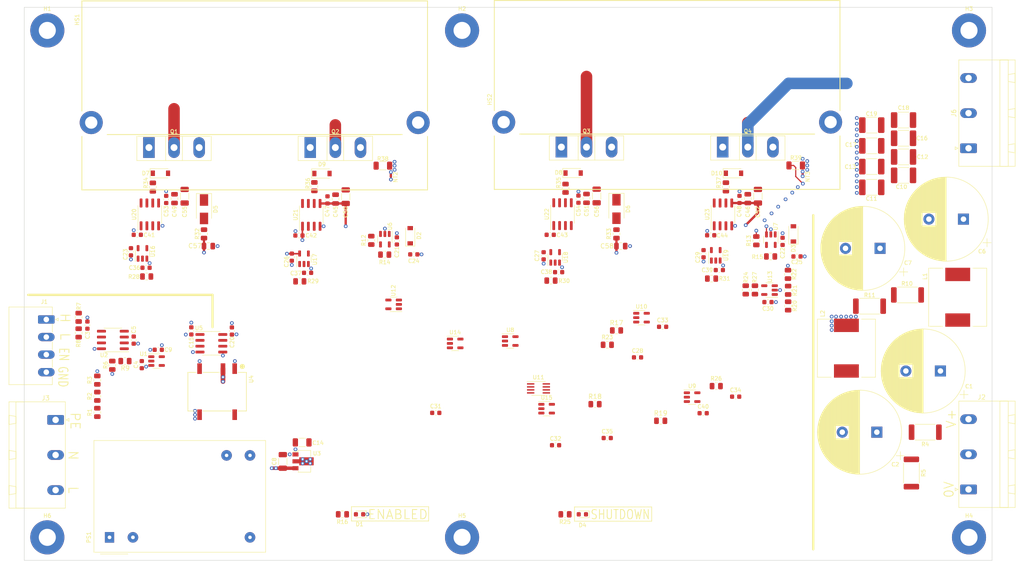
<source format=kicad_pcb>
(kicad_pcb (version 20211014) (generator pcbnew)
  (layers (0 "F.Cu" signal) (1 "In1.Cu" signal) (2 "In2.Cu" signal) (31 "B.Cu" signal) (34 "B.Paste" user) (35 "F.Paste" user) (36 "B.SilkS" user "B.Silkscreen") (37 "F.SilkS" user "F.Silkscreen") (38 "B.Mask" user) (39 "F.Mask" user) (44 "Edge.Cuts" user))
  (net 0 "")
  (net 1 "Net-(C1-Pad1)")
  (net 2 "Net-(C1-Pad2)")
  (net 3 "Net-(C2-Pad2)")
  (net 4 "GNDA")
  (net 5 "Net-(C3-Pad2)")
  (net 6 "Net-(C4-Pad2)")
  (net 7 "+5V")
  (net 8 "+3V3")
  (net 9 "Net-(C10-Pad1)")
  (net 10 "+15V")
  (net 11 "GND")
  (net 12 "Net-(C24-Pad2)")
  (net 13 "Net-(C25-Pad2)")
  (net 14 "Net-(C36-Pad2)")
  (net 15 "Net-(C37-Pad2)")
  (net 16 "Net-(C38-Pad2)")
  (net 17 "Net-(C39-Pad2)")
  (net 18 "/CS_R")
  (net 19 "/CS_L")
  (net 20 "/SW_R")
  (net 21 "Net-(C49-Pad2)")
  (net 22 "/SW_L")
  (net 23 "Net-(C51-Pad2)")
  (net 24 "Net-(D1-Pad2)")
  (net 25 "Net-(D2-Pad2)")
  (net 26 "Net-(D3-Pad2)")
  (net 27 "/SHUTDOWN")
  (net 28 "Net-(D4-Pad2)")
  (net 29 "Net-(D5-Pad2)")
  (net 30 "Net-(D6-Pad2)")
  (net 31 "Net-(D7-Pad1)")
  (net 32 "Net-(D8-Pad1)")
  (net 33 "Net-(D9-Pad1)")
  (net 34 "Net-(D10-Pad1)")
  (net 35 "/CANL")
  (net 36 "/CANH")
  (net 38 "Earth")
  (net 39 "Net-(J3-Pad2)")
  (net 40 "Net-(J3-Pad3)")
  (net 41 "/CSN_R")
  (net 42 "/CSN_L")
  (net 44 "Net-(R1-Pad2)")
  (net 45 "Net-(R2-Pad2)")
  (net 46 "Net-(R12-Pad1)")
  (net 47 "Net-(R13-Pad1)")
  (net 48 "/EN")
  (net 49 "Net-(R17-Pad1)")
  (net 50 "Net-(R18-Pad1)")
  (net 51 "Net-(R20-Pad1)")
  (net 52 "Net-(R21-Pad1)")
  (net 53 "/I_SNS_R")
  (net 54 "/I_SNS_L")
  (net 55 "/PWM_A")
  (net 56 "/PWM_B")
  (net 57 "Net-(R34-Pad1)")
  (net 58 "Net-(R35-Pad1)")
  (net 59 "Net-(R36-Pad1)")
  (net 60 "Net-(R37-Pad1)")
  (net 62 "Net-(U1-Pad4)")
  (net 64 "Net-(U2-Pad4)")
  (net 66 "/PWM")
  (net 67 "Net-(U10-Pad2)")
  (net 69 "Net-(U11-Pad1)")
  (net 70 "Net-(U11-Pad2)")
  (net 71 "Net-(U11-Pad5)")
  (net 72 "Net-(U16-Pad4)")
  (net 73 "Net-(U17-Pad4)")
  (net 74 "Net-(U18-Pad4)")
  (net 75 "Net-(U19-Pad4)")
  (net 77 "/HI_V")
  (net 78 "Net-(J1-Pad3)")
  (footprint "Capacitor_SMD:C_0603_1608Metric" (layer "F.Cu") (at 145.95 82.45 180)
    (fp_text reference "C38")
    (fp_text value "22pF")
  )
  (footprint "Capacitor_SMD:C_0805_2012Metric" (layer "F.Cu") (at 187 66.5 -90)
    (fp_text reference "C46")
    (fp_text value "1uF")
  )
  (footprint "Capacitor_SMD:C_0603_1608Metric" (layer "F.Cu") (at 163.07444 100.95)
    (fp_text reference "C28")
    (fp_text value "0.1uF")
  )
  (footprint "Package_TO_SOT_SMD:SOT-23-5" (layer "F.Cu") (at 123.5 97.92)
    (fp_text reference "U14")
    (fp_text value "74LVC1G08")
  )
  (footprint "Capacitor_SMD:C_0603_1608Metric" (layer "F.Cu") (at 53.15 78.025 90)
    (fp_text reference "C23")
    (fp_text value "0.1uF")
  )
  (footprint "Resistor_SMD:R_0805_2012Metric" (layer "F.Cu") (at 57.9 64 90)
    (fp_text reference "R34")
    (fp_text value "2.2")
  )
  (footprint "Package_TO_SOT_SMD:SOT-23-5" (layer "F.Cu") (at 135.45 97.4)
    (fp_text reference "U8")
    (fp_text value "74LVC1G08")
  )
  (footprint "Capacitor_SMD:C_1812_4532Metric" (layer "F.Cu") (at 220.8 57.45)
    (fp_text reference "C12")
    (fp_text value "0.1uF")
  )
  (footprint "Resistor_SMD:R_0805_2012Metric" (layer "F.Cu") (at 92.95 63.9 90)
    (fp_text reference "R36")
    (fp_text value "2.2")
  )
  (footprint "Diode_SMD:D_SOD-123" (layer "F.Cu") (at 196.9 74.15 90)
    (fp_text reference "D3")
    (fp_text value "1N4148W")
  )
  (footprint "Capacitor_THT:CP_Radial_D18.0mm_P7.50mm" (layer "F.Cu") (at 228.8 103.9 180)
    (fp_text reference "C1")
    (fp_text value "100uF")
  )
  (footprint "Capacitor_SMD:C_0603_1608Metric" (layer "F.Cu") (at 142.7 78.9 90)
    (fp_text reference "C27")
    (fp_text value "0.1uF")
  )
  (footprint "MountingHole:MountingHole_3.7mm_Pad" (layer "F.Cu") (at 125 140)
    (fp_text reference "H5")
    (fp_text value "#6")
  )
  (footprint "Capacitor_SMD:C_0603_1608Metric" (layer "F.Cu") (at 145.28444 120.01)
    (fp_text reference "C32")
    (fp_text value "0.1uF")
  )
  (footprint "LED_SMD:LED_0603_1608Metric" (layer "F.Cu") (at 102.75 135 180)
    (fp_text reference "D1")
    (fp_text value "LED")
  )
  (footprint "Connector_Phoenix_GMSTB:PhoenixContact_GMSTBA_2,5_3-G-7,62_1x03_P7.62mm_Horizontal" (layer "F.Cu") (at 234.9 129.6 90)
    (fp_text reference "J2")
    (fp_text value "Screw_Terminal_01x03")
  )
  (footprint "Capacitor_SMD:C_0603_1608Metric" (layer "F.Cu") (at 177.4 78.45 90)
    (fp_text reference "C29")
    (fp_text value "0.1uF")
  )
  (footprint "Capacitor_SMD:C_0603_1608Metric" (layer "F.Cu") (at 88.05 79.2 90)
    (fp_text reference "C26")
    (fp_text value "0.1uF")
  )
  (footprint "Package_TO_SOT_SMD:SOT-23-5" (layer "F.Cu") (at 191.7125 86.35 180)
    (fp_text reference "U13")
    (fp_text value "LMV331")
  )
  (footprint "Capacitor_SMD:C_0603_1608Metric" (layer "F.Cu") (at 43.7 93.95 -90)
    (fp_text reference "C3")
    (fp_text value "0.01uF")
  )
  (footprint "Capacitor_SMD:C_0603_1608Metric" (layer "F.Cu") (at 59.075 99.3 180)
    (fp_text reference "C9")
    (fp_text value "0.1uF")
  )
  (footprint "Capacitor_THT:CP_Radial_D18.0mm_P7.50mm" (layer "F.Cu") (at 233.8 70.95 180)
    (fp_text reference "C6")
    (fp_text value "100uF")
  )
  (footprint "Diode_SMD:D_SOD-123" (layer "F.Cu") (at 94.6 61.05)
    (fp_text reference "D9")
    (fp_text value "15V")
  )
  (footprint "Resistor_SMD:R_0805_2012Metric" (layer "F.Cu") (at 153.85 111.1)
    (fp_text reference "R18")
    (fp_text value "100k")
  )
  (footprint "Package_TO_SOT_THT:TO-247-3_Vertical" (layer "F.Cu") (at 92.05 55.42)
    (fp_text reference "Q2")
    (fp_text value "G3R75MT12D")
  )
  (footprint "Capacitor_SMD:C_0603_1608Metric" (layer "F.Cu") (at 185.2 66.675 -90)
    (fp_text reference "C48")
    (fp_text value "0.1uF")
  )
  (footprint "Capacitor_SMD:C_0603_1608Metric" (layer "F.Cu") (at 156.5 118.45)
    (fp_text reference "C35")
    (fp_text value "0.1uF")
  )
  (footprint "Package_TO_SOT_SMD:SOT-23-5" (layer "F.Cu") (at 163.93444 92.33)
    (fp_text reference "U10")
    (fp_text value "74LVC1G00")
  )
  (footprint "Capacitor_SMD:C_1206_3216Metric" (layer "F.Cu") (at 86.1 123.525 90)
    (fp_text reference "C8")
    (fp_text value "10uF")
  )
  (footprint "Resistor_SMD:R_0805_2012Metric" (layer "F.Cu") (at 108.2125 78.65 180)
    (fp_text reference "R14")
    (fp_text value "2M")
  )
  (footprint "Package_TO_SOT_SMD:SOT-23-5" (layer "F.Cu") (at 174.91556 109.58)
    (fp_text reference "U9")
    (fp_text value "SN74LVC1G14DBV")
  )
  (footprint "Capacitor_SMD:C_0603_1608Metric" (layer "F.Cu") (at 91.475 82.6 180)
    (fp_text reference "C37")
    (fp_text value "22pF")
  )
  (footprint "Capacitor_SMD:C_0603_1608Metric" (layer "F.Cu") (at 177.31556 113.06)
    (fp_text reference "C40")
    (fp_text value "0.1uF")
  )
  (footprint "Package_TO_SOT_THT:TO-247-3_Vertical" (layer "F.Cu") (at 181.55 55.32)
    (fp_text reference "Q4")
    (fp_text value "G3R75MT12D")
  )
  (footprint "Resistor_SMD:R_0805_2012Metric" (layer "F.Cu") (at 195.75 86.3875 -90)
    (fp_text reference "R21")
    (fp_text value "100k")
  )
  (footprint "Resistor_SMD:R_0805_2012Metric" (layer "F.Cu") (at 179.1375 83.85)
    (fp_text reference "R31")
    (fp_text value "10k")
  )
  (footprint "Package_SO:SOIC-8_3.9x4.9mm_P1.27mm" (layer "F.Cu") (at 57.245 69.925 90)
    (fp_text reference "U20")
    (fp_text value "MAX22701EASA+")
  )
  (footprint "Capacitor_SMD:C_0603_1608Metric" (layer "F.Cu") (at 197.675 79.05 180)
    (fp_text reference "C25")
    (fp_text value "0.01uF")
  )
  (footprint "Capacitor_SMD:C_1812_4532Metric" (layer "F.Cu") (at 213.9 50.55)
    (fp_text reference "C19")
    (fp_text value "0.47uF")
  )
  (footprint "Package_TO_SOT_SMD:SOT-89-3" (layer "F.Cu") (at 90.5 123.5)
    (fp_text reference "U3")
    (fp_text value "AZ1117-3.3")
  )
  (footprint "Resistor_SMD:R_0805_2012Metric" (layer "F.Cu") (at 188.85 75.6375 90)
    (fp_text reference "R13")
    (fp_text value "10k")
  )
  (footprint "Resistor_SMD:R_0805_2012Metric" (layer "F.Cu") (at 180.15556 107.18)
    (fp_text reference "R26")
    (fp_text value "10k")
  )
  (footprint "Resistor_SMD:R_0805_2012Metric" (layer "F.Cu") (at 158.51444 95.1)
    (fp_text reference "R17")
    (fp_text value "100k")
  )
  (footprint "Package_TO_SOT_SMD:SOT-23-5" (layer "F.Cu") (at 58.7 101.75)
    (fp_text reference "U1")
    (fp_text value "SN74LVC1G14DBV")
  )
  (footprint "Resistor_SMD:R_0805_2012Metric" (layer "F.Cu") (at 156.51444 98.22)
    (fp_text reference "R23")
    (fp_text value "100k")
  )
  (footprint "Resistor_SMD:R_0805_2012Metric" (layer "F.Cu") (at 49.1 102.6625 90)
    (fp_text reference "R6")
    (fp_text value "10k")
  )
  (footprint "Capacitor_SMD:C_0805_2012Metric" (layer "F.Cu") (at 159.45 76.8 180)
    (fp_text reference "C58")
    (fp_text value "1uF")
  )
  (footprint "Resistor_SMD:R_2512_6332Metric" (layer "F.Cu") (at 221.65 87.4 180)
    (fp_text reference "R10")
    (fp_text value "100k")
  )
  (footprint "Repowered_Heat_Sinks:Wakefield_Vette_OMNI-UNI-41-75" (layer "F.Cu") (at 80 50)
    (fp_text reference "HS1")
    (fp_text value "OMNI-UNI-41-75")
  )
  (footprint "Capacitor_SMD:C_1812_4532Metric" (layer "F.Cu") (at 220.8 61.45)
    (fp_text reference "C10")
    (fp_text value "0.1uF")
  )
  (footprint "Capacitor_SMD:C_0603_1608Metric" (layer "F.Cu") (at 114.525 78.6 180)
    (fp_text reference "C24")
    (fp_text value "0.01uF")
  )
  (footprint "Inductor_SMD:L_Wuerth_WE-PD-Typ-LS" (layer "F.Cu") (at 208.4 98.95 90)
    (fp_text reference "L2")
    (fp_text value "22uH")
  )
  (footprint "Resistor_SMD:R_0805_2012Metric" (layer "F.Cu") (at 56.5625 83.4 180)
    (fp_text reference "R28")
    (fp_text value "10k")
  )
  (footprint "Resistor_SMD:R_0805_2012Metric" (layer "F.Cu") (at 69 74.15 90)
    (fp_text reference "R32")
    (fp_text value "2.2")
  )
  (footprint "Repowered_DC-DC_Modules:XP_Power_ISE" (layer "F.Cu") (at 71.85 108.3875 -90)
    (fp_text reference "U4")
    (fp_text value "ISE1505A")
  )
  (footprint "Resistor_SMD:R_0805_2012Metric" (layer "F.Cu") (at 45.85 109.3875 90)
    (fp_text reference "R2")
    (fp_text value "100k")
  )
  (footprint "LED_SMD:LED_0603_1608Metric" (layer "F.Cu") (at 151.1 135 180)
    (fp_text reference "D4")
    (fp_text value "LED")
  )
  (footprint "Diode_SMD:D_SMA" (layer "F.Cu") (at 69 68.8 -90)
    (fp_text reference "D5")
    (fp_text value "S1MTR")
  )
  (footprint "MountingHole:MountingHole_3.7mm_Pad" (layer "F.Cu") (at 125 30)
    (fp_text reference "H2")
    (fp_text value "#6")
  )
  (footprint "Capacitor_SMD:C_0603_1608Metric" (layer "F.Cu") (at 66.25 95.2 90)
    (fp_text reference "C15")
    (fp_text value "0.1uF")
  )
  (footprint "Package_TO_SOT_SMD:SOT-23-5" (layer "F.Cu") (at 180.05 78.8 90)
    (fp_text reference "U19")
    (fp_text value "74LVC1G08")
  )
  (footprint "Capacitor_SMD:C_0603_1608Metric" (layer "F.Cu") (at 194.55 75.775 -90)
    (fp_text reference "C22")
    (fp_text value "0.1uF")
  )
  (footprint "Capacitor_SMD:C_1812_4532Metric" (layer "F.Cu") (at 220.8 49.45)
    (fp_text reference "C18")
    (fp_text value "0.47uF")
  )
  (footprint "Inductor_SMD:L_Wuerth_WE-PD-Typ-LS" (layer "F.Cu") (at 232.55 87.9 90)
    (fp_text reference "L1")
    (fp_text value "22uH")
  )
  (footprint "Diode_SMD:D_SOD-123" (layer "F.Cu") (at 59.55 61)
    (fp_text reference "D7")
    (fp_text value "15V")
  )
  (footprint "Package_TO_SOT_SMD:SOT-23-5" (layer "F.Cu") (at 143.34444 112.08)
    (fp_text reference "U15")
    (fp_text value "74LVC1G08")
  )
  (footprint "Resistor_SMD:R_0805_2012Metric" (layer "F.Cu") (at 41.8 92.25 -90)
    (fp_text reference "R7")
    (fp_text value "60.4")
  )
  (footprint "Package_TO_SOT_SMD:SOT-23-5" (layer "F.Cu") (at 145.2 79.25 90)
    (fp_text reference "U18")
    (fp_text value "74LVC1G08")
  )
  (footprint "Resistor_SMD:R_0805_2012Metric" (layer "F.Cu") (at 191.95 79.05 180)
    (fp_text reference "R15")
    (fp_text value "2M")
  )
  (footprint "Diode_SMD:D_SMA" (layer "F.Cu") (at 158.5 68.75 -90)
    (fp_text reference "D6")
    (fp_text value "S1MTR")
  )
  (footprint "Capacitor_SMD:C_0603_1608Metric" (layer "F.Cu") (at 184.36556 109.47)
    (fp_text reference "C34")
    (fp_text value "0.1uF")
  )
  (footprint "Converter_ACDC:Converter_ACDC_MeanWell_IRM-03-xx_THT" (layer "F.Cu") (at 48.5 140 90)
    (fp_text reference "PS1")
    (fp_text value "IRM-03-15")
  )
  (footprint "Resistor_SMD:R_2512_6332Metric" (layer "F.Cu") (at 213.4125 89.84 180)
    (fp_text reference "R11")
    (fp_text value "100k")
  )
  (footprint "Resistor_SMD:R_0805_2012Metric" (layer "F.Cu") (at 105.3 75.55 90)
    (fp_text reference "R12")
    (fp_text value "10k")
  )
  (footprint "Capacitor_SMD:C_0805_2012Metric" (layer "F.Cu") (at 97.55 66.6 -90)
    (fp_text reference "C45")
    (fp_text value "1uF")
  )
  (footprint "Resistor_SMD:R_0805_2012Metric" (layer "F.Cu") (at 51.85 101.75)
    (fp_text reference "R9")
    (fp_text value "100k")
  )
  (footprint "Resistor_SMD:R_0805_2012Metric" (layer "F.Cu") (at 186.55 86.3125 90)
    (fp_text reference "R24")
    (fp_text value "100k")
  )
  (footprint "Package_SO:SSOP-8_2.95x2.8mm_P0.65mm" (layer "F.Cu") (at 141.58444 107.68)
    (fp_text reference "U11")
    (fp_text value "74AUC1G74")
  )
  (footprint "Capacitor_SMD:C_1812_4532Metric" (layer "F.Cu") (at 213.9 59.55)
    (fp_text reference "C13")
    (fp_text value "0.1uF")
  )
  (footprint "Diode_SMD:D_SOD-123" (layer "F.Cu") (at 183.9 61)
    (fp_text reference "D10")
    (fp_text value "15V")
  )
  (footprint "MountingHole:MountingHole_3.7mm_Pad" (layer "F.Cu") (at 235 30)
    (fp_text reference "H3")
    (fp_text value "#6")
  )
  (footprint "Capacitor_SMD:C_1812_4532Metric" (layer "F.Cu") (at 213.9 64.05)
    (fp_text reference "C11")
    (fp_text value "0.1uF")
  )
  (footprint "Resistor_SMD:R_1206_3216Metric" (layer "F.Cu") (at 107.8125 59.35 180)
    (fp_text reference "R38")
    (fp_text value "0.005")
  )
  (footprint "Capacitor_SMD:C_1206_3216Metric" (layer "F.Cu") (at 189.2 65.975 -90)
    (fp_text reference "C52")
    (fp_text value "22uF")
  )
  (footprint "Diode_SMD:D_SOD-123" (layer "F.Cu") (at 149.1 60.95)
    (fp_text reference "D8")
    (fp_text value "15V")
  )
  (footprint "Capacitor_SMD:C_1206_3216Metric" (layer "F.Cu") (at 154.2 65.925 -90)
    (fp_text reference "C56")
    (fp_text value "22uF")
  )
  (footprint "Capacitor_THT:CP_Radial_D18.0mm_P7.50mm" (layer "F.Cu") (at 215.7 77.29 180)
    (fp_text reference "C7")
    (fp_text value "100uF")
  )
  (footprint "Package_TO_SOT_SMD:SOT-23-5" (layer "F.Cu") (at 108.25 75.3 -90)
    (fp_text reference "U6")
    (fp_text value "OPA333xxDBV")
  )
  (footprint "Package_TO_SOT_SMD:SOT-23-5" (layer "F.Cu") (at 55.65 78.3875 90)
    (fp_text reference "U16")
    (fp_text value "74LVC1G08")
  )
  (footprint "Resistor_SMD:R_0805_2012Metric" (layer "F.Cu") (at 147.45 64.25 90)
    (fp_text reference "R35")
    (fp_text value "2.2")
  )
  (footprint "Package_TO_SOT_SMD:SOT-23-5" (layer "F.Cu") (at 90.7 79.55 90)
    (fp_text reference "U17")
    (fp_text value "74LVC1G08")
  )
  (footprint "Capacitor_SMD:C_0603_1608Metric" (layer "F.Cu") (at 168.51444 94.31)
    (fp_text reference "C33")
    (fp_text value "0.1uF")
  )
  (footprint "Capacitor_SMD:C_0603_1608Metric" (layer "F.Cu") (at 144.125 74.35)
    (fp_text reference "C43")
    (fp_text value "0.1uF")
  )
  (footprint "Capacitor_SMD:C_0603_1608Metric" (layer "F.Cu") (at 180.825 82 180)
    (fp_text reference "C39")
    (fp_text value "22pF")
  )
  (footprint "Diode_SMD:D_SOD-123" (layer "F.Cu") (at 113.75 74.55 90)
    (fp_text reference "D2")
    (fp_text value "1N4148W")
  )
  (footprint "Capacitor_SMD:C_0805_2012Metric" (layer "F.Cu") (at 69.95 76.8)
    (fp_text reference "C57")
    (fp_text value "1uF")
  )
  (footprint "Package_SO:SOIC-8_3.9x4.9mm_P1.27mm" (layer "F.Cu") (at 92.28 70.025 90)
    (fp_text reference "U21")
    (fp_text value "MAX22701EASA+")
  )
  (footprint "Resistor_SMD:R_0805_2012Metric" (layer "F.Cu") (at 41.8 95.6375 -90)
    (fp_text reference "R8")
    (fp_text value "60.4")
  )
  (footprint "Package_SO:SOIC-8_3.9x4.9mm_P1.27mm" (layer "F.Cu") (at 146.795 69.875 90)
    (fp_text reference "U22")
    (fp_text value "MAX22701EASA+")
  )
  (footprint "Package_TO_SOT_SMD:SOT-23-5" (layer "F.Cu") (at 192 75.4 -90)
    (fp_text reference "U7")
    (fp_text value "OPA333xxDBV")
  )
  (footprint "Resistor_SMD:R_0805_2012Metric" (layer "F.Cu") (at 147.3375 135 180)
    (fp_text reference "R25")
    (fp_text value "470")
  )
  (footprint "Connector_Phoenix_GMSTB:PhoenixContact_GMSTBA_2,5_3-G-7,62_1x03_P7.62mm_Horizontal" (layer "F.Cu") (at 36.8 114.51 -90)
    (fp_text reference "J3")
    (fp_text value "Screw_Terminal_01x03")
  )
  (footprint "Capacitor_SMD:C_1206_3216Metric" (layer "F.Cu") (at 64.8 65.975 -90)
    (fp_text reference "C55")
    (fp_text value "22uF")
  )
  (footprint "Resistor_SMD:R_0805_2012Metric" (layer "F.Cu") (at 45.85 112.8875 90)
    (fp_text reference "R1")
    (fp_text value "100k")
  )
  (footprint "NetTie:NetTie-2_SMD_Pad0.5mm" (layer "F.Cu") (at 198.9 61.15 90)
    (fp_text reference "NT3")
    (fp_text value "NetTie_2")
  )
  (footprint "Capacitor_SMD:C_0603_1608Metric" (layer "F.Cu") (at 60.8 66.675 -90)
    (fp_text reference "C53")
    (fp_text value "0.1uF")
  )
  (footprint "MountingHole:MountingHole_3.7mm_Pad" (layer "F.Cu") (at 35 140)
    (fp_text reference "H6")
    (fp_text value "#6")
  )
  (footprint "Package_TO_SOT_THT:TO-247-3_Vertical" (layer "F.Cu") (at 57.05 55.42)
    (fp_text reference "Q1")
    (fp_text value "G3R75MT12D")
  )
  (footprint "Resistor_SMD:R_0805_2012Metric" (layer "F.Cu") (at 182.25 63.95 90)
    (fp_text reference "R37")
    (fp_text value "2.2")
  )
  (footprint "Package_SO:SOIC-8_3.9x4.9mm_P1.27mm" (layer "F.Cu") (at 181.615 69.925 90)
    (fp_text reference "U23")
    (fp_text value "MAX22701EASA+")
  )
  (footprint "Capacitor_SMD:C_1206_3216Metric" (layer "F.Cu") (at 90.3 119.4 180)
    (fp_text reference "C14")
    (fp_text value "22uF")
  )
  (footprint "Resistor_SMD:R_0805_2012Metric" (layer "F.Cu") (at 158.5 74.15 90)
    (fp_text reference "R33")
    (fp_text value "2.2")
  )
  (footprint "Resistor_SMD:R_0805_2012Metric" (layer "F.Cu") (at 89.7875 84.45)
    (fp_text reference "R29")
    (fp_text value "10k")
  )
  (footprint "Resistor_SMD:R_0805_2012Metric" (layer "F.Cu") (at 195.75 89.7875 -90)
    (fp_text reference "R20")
    (fp_text value "100k")
  )
  (footprint "Capacitor_SMD:C_0805_2012Metric" (layer "F.Cu") (at 62.6 66.5 -90)
    (fp_text reference "C49")
    (fp_text value "1uF")
  )
  (footprint "Capacitor_SMD:C_0603_1608Metric" (layer "F.Cu") (at 119.29 112.99)
    (fp_text reference "C31")
    (fp_text value "0.1uF")
  )
  (footprint "Repowered_Heat_Sinks:Wakefield_Vette_OMNI-UNI-41-75" (layer "F.Cu") (at 169.5 49.9)
    (fp_text reference "HS2")
    (fp_text value "OMNI-UNI-41-75")
  )
  (footprint "Capacitor_SMD:C_0805_2012Metric" (layer "F.Cu") (at 152 66.45 -90)
    (fp_text reference "C51")
    (fp_text value "1uF")
  )
  (footprint "Resistor_SMD:R_0805_2012Metric" (layer "F.Cu") (at 45.85 105.8875 90)
    (fp_text reference "R3")
    (fp_text value "100k")
  )
  (footprint "Connector_Phoenix_GMSTB:PhoenixContact_GMSTBA_2,5_3-G-7,62_1x03_P7.62mm_Horizontal" (layer "F.Cu") (at 234.9 55.57 90)
    (fp_text reference "J6")
    (fp_text value "Screw_Terminal_01x03")
  )
  (footprint "Capacitor_SMD:C_0603_1608Metric" (layer "F.Cu") (at 54.525 74.35)
    (fp_text reference "C41")
    (fp_text value "0.1uF")
  )
  (footprint "Package_TO_SOT_SMD:SOT-23-5" (layer "F.Cu") (at 110.15 89.45 180)
    (fp_text reference "U12")
    (fp_text value "LMV331")
  )
  (footprint "MountingHole:MountingHole_3.7mm_Pad" (layer "F.Cu") (at 235 140)
    (fp_text reference "H4")
    (fp_text value "#6")
  )
  (footprint "Resistor_SMD:R_2512_6332Metric" (layer "F.Cu") (at 225.5 117.18 180)
    (fp_text reference "R4")
    (fp_text value "100k")
  )
  (footprint "Capacitor_SMD:C_0603_1608Metric" (layer "F.Cu") (at 53.75 97.2 90)
    (fp_text reference "C5")
    (fp_text value "0.1uF")
  )
  (footprint "Capacitor_SMD:C_0603_1608Metric" (layer "F.Cu") (at 110.85 75.675 -90)
    (fp_text reference "C21")
    (fp_text value "0.1uF")
  )
  (footprint "Capacitor_SMD:C_1206_3216Metric" (layer "F.Cu") (at 99.75 66.075 -90)
    (fp_text reference "C50")
    (fp_text value "22uF")
  )
  (footprint "Package_TO_SOT_THT:TO-247-3_Vertical" (layer "F.Cu") (at 146.55 55.32)
    (fp_text reference "Q3")
    (fp_text value "G3R75MT12D")
  )
  (footprint "Capacitor_SMD:C_0603_1608Metric" (layer "F.Cu") (at 56.425 81.5 180)
    (fp_text reference "C36")
    (fp_text value "22pF")
  )
  (footprint "Capacitor_SMD:C_0603_1608Metric" (layer "F.Cu") (at 178.95 74.45)
    (fp_text reference "C44")
    (fp_text value "0.1uF")
  )
  (footprint "Capacitor_SMD:C_0603_1608Metric" (layer "F.Cu") (at 55.5 102.525 90)
    (fp_text reference "C4")
    (fp_text value "0.01uF")
  )
  (footprint "Package_SO:SOIC-8_3.9x4.9mm_P1.27mm" (layer "F.Cu") (at 49.225 97.1725 180)
    (fp_text reference "U2")
    (fp_text value "SN65HVD1050D")
  )
  (footprint "Capacitor_SMD:C_0603_1608Metric" (layer "F.Cu") (at 89.6 74.5)
    (fp_text reference "C42")
    (fp_text value "0.1uF")
  )
  (footprint "Resistor_SMD:R_0805_2012Metric" (layer "F.Cu") (at 144.2875 84.2875)
    (fp_text reference "R30")
    (fp_text value "10k")
  )
  (footprint "Resistor_SMD:R_1206_3216Metric" (layer "F.Cu") (at 197.4 59.3 180)
    (fp_text reference "R39")
    (fp_text value "0.005")
  )
  (footprint "Resistor_SMD:R_0805_2012Metric" (layer "F.Cu") (at 168.09556 114.71)
    (fp_text reference "R19")
    (fp_text value "100k")
  )
  (footprint "MountingHole:MountingHole_3.7mm_Pad" (layer "F.Cu") (at 35 30)
    (fp_text reference "H1")
    (fp_text value "#6")
  )
  (footprint "Capacitor_SMD:C_1812_4532Metric" (layer "F.Cu") (at 213.9 55.05)
    (fp_text reference "C17")
    (fp_text value "0.47uF")
  )
  (footprint "Resistor_SMD:R_0805_2012Metric" (layer "F.Cu") (at 195.7125 82.9375 -90)
    (fp_text reference "R22")
    (fp_text value "100k")
  )
  (footprint "Resistor_SMD:R_0805_2012Metric" (layer "F.Cu") (at 99.0375 135 180)
    (fp_text reference "R16")
    (fp_text value "470")
  )
  (footprint "Capacitor_SMD:C_1812_4532Metric" (layer "F.Cu") (at 220.8 53.4)
    (fp_text reference "C16")
    (fp_text value "0.47uF")
  )
  (footprint "Capacitor_SMD:C_0603_1608Metric" (layer "F.Cu") (at 191.375 88.95 180)
    (fp_text reference "C30")
    (fp_text value "0.1uF")
  )
  (footprint "NetTie:NetTie-2_SMD_Pad0.5mm" (layer "F.Cu") (at 109.55 61.25 90)
    (fp_text reference "NT2")
    (fp_text value "NetTie_2")
  )
  (footprint "Capacitor_SMD:C_0603_1608Metric" (layer "F.Cu") (at 95.8 66.775 -90)
    (fp_text reference "C47")
    (fp_text value "0.1uF")
  )
  (footprint "Resistor_SMD:R_0805_2012Metric" (layer "F.Cu") (at 188.55 86.3125 -90)
    (fp_text reference "R27")
    (fp_text value "10k")
  )
  (footprint "Capacitor_THT:CP_Radial_D18.0mm_P7.50mm" (layer "F.Cu") (at 215 117.18 180)
    (fp_text reference "C2")
    (fp_text value "100uF")
  )
  (footprint "Resistor_SMD:R_2512_6332Metric" (layer "F.Cu") (at 222.5 126.0375 -90)
    (fp_text reference "R5")
    (fp_text value "100k")
  )
  (footprint "Package_SO:SOIC-8_3.9x4.9mm_P1.27mm" (layer "F.Cu") (at 70.6 97.8875)
    (fp_text reference "U5")
    (fp_text value "ADuM1200CR")
  )
  (footprint "Connector_Phoenix_MC:PhoenixContact_MC_1,5_4-G-3.81_1x04_P3.81mm_Horizontal" (layer "F.Cu") (at 34.7825 92.7275 -90)
    (fp_text reference "J1")
    (fp_text value "Screw_Terminal_01x04")
  )
  (footprint "Capacitor_SMD:C_0603_1608Metric" (layer "F.Cu") (at 75.05 95.225 90)
    (fp_text reference "C20")
    (fp_text value "0.1uF")
  )
  (footprint "Capacitor_SMD:C_0603_1608Metric" (layer "F.Cu") (at 150.25 66.625 -90)
    (fp_text reference "C54")
    (fp_text value "0.1uF")
  )
  (gr_line (start 101 133.35) (end 101 136.45) (layer "F.SilkS") (width 0.15))
  (gr_line (start 166.15 133.4) (end 149.4 133.4) (layer "F.SilkS") (width 0.15))
  (gr_line (start 117.75 133.35) (end 101 133.35) (layer "F.SilkS") (width 0.15))
  (gr_line (start 101 136.45) (end 117.75 136.45) (layer "F.SilkS") (width 0.15))
  (gr_line (start 201.2 70.1) (end 201.2 142.6) (layer "F.SilkS") (width 0.5))
  (gr_line (start 70.85 94.3875) (end 70.85 87.3875) (layer "F.SilkS") (width 0.5))
  (gr_line (start 149.4 136.5) (end 166.15 136.5) (layer "F.SilkS") (width 0.15))
  (gr_line (start 149.4 133.4) (end 149.4 136.5) (layer "F.SilkS") (width 0.15))
  (gr_line (start 166.15 136.5) (end 166.15 133.4) (layer "F.SilkS") (width 0.15))
  (gr_line (start 70.85 87.3875) (end 30.85 87.3875) (layer "F.SilkS") (width 0.5))
  (gr_line (start 117.75 136.45) (end 117.75 133.35) (layer "F.SilkS") (width 0.15))
  (gr_line (start 240 25) (end 30 25) (layer "Edge.Cuts") (width 0.1))
  (gr_line (start 240 25) (end 240 145) (layer "Edge.Cuts") (width 0.1))
  (gr_line (start 30 25) (end 30 145) (layer "Edge.Cuts") (width 0.1))
  (gr_line (start 240 145) (end 30 145) (layer "Edge.Cuts") (width 0.1))
  (gr_text "H" (at 38.85 92.3875 270) (layer "F.SilkS") (effects (font (size 2 2) (thickness 0.2))))
  (gr_text "GND" (at 38.4 105.15 270) (layer "F.SilkS") (effects (font (size 2 1.5) (thickness 0.2))))
  (gr_text "EN" (at 38.6 100.3 270) (layer "F.SilkS") (effects (font (size 2 1.5) (thickness 0.2))))
  (gr_text "ENABLED" (at 111.05 135.05) (layer "F.SilkS") (effects (font (size 2 2) (thickness 0.2))))
  (gr_text "0V" (at 230.65 129.65 90) (layer "F.SilkS") (effects (font (size 2 2) (thickness 0.2))))
  (gr_text "N" (at 40.6 122.2 270) (layer "F.SilkS") (effects (font (size 2 2) (thickness 0.2))))
  (gr_text "PE" (at 41.05 114.75 270) (layer "F.SilkS") (effects (font (size 2 2) (thickness 0.2))))
  (gr_text "V+" (at 231.15 114.25 90) (layer "F.SilkS") (effects (font (size 2 2) (thickness 0.2))))
  (gr_text "SHUTDOWN" (at 159.35 135.05) (layer "F.SilkS") (effects (font (size 2 1.6) (thickness 0.2))))
  (gr_text "L" (at 38.85 96.3875 270) (layer "F.SilkS") (effects (font (size 2 2) (thickness 0.2))))
  (gr_text "L" (at 40.6 129.7 270) (layer "F.SilkS") (effects (font (size 2 2) (thickness 0.2))))
  (via (at 68.05 101.75) (size 0.8) (drill 0.4) (layers "F.Cu" "B.Cu") (net 4))
  (via (at 66.25 93.4) (size 0.8) (drill 0.4) (layers "F.Cu" "B.Cu") (net 4))
  (via (at 56.45 102.95) (size 0.8) (drill 0.4) (layers "F.Cu" "B.Cu") (net 4))
  (via (at 57.35 99.3) (size 0.8) (drill 0.4) (layers "F.Cu" "B.Cu") (net 4))
  (via (at 66.6 99.8) (size 0.8) (drill 0.4) (layers "F.Cu" "B.Cu") (net 4))
  (via (at 54.7 97.95) (size 0.8) (drill 0.4) (layers "F.Cu" "B.Cu") (net 4))
  (via (at 45.85 103.95) (size 0.8) (drill 0.4) (layers "F.Cu" "B.Cu") (net 4))
  (via (at 43.7 92.3) (size 0.8) (drill 0.4) (layers "F.Cu" "B.Cu") (net 4))
  (via (at 49.1 104.55) (size 0.8) (drill 0.4) (layers "F.Cu" "B.Cu") (net 7))
  (via (at 59.85 98.3) (size 0.8) (drill 0.4) (layers "F.Cu" "B.Cu") (net 7))
  (via (at 67.05 114.25) (size 0.8) (drill 0.4) (layers "F.Cu" "B.Cu") (net 7))
  (via (at 45.25 99.1) (size 0.8) (drill 0.4) (layers "F.Cu" "B.Cu") (net 7))
  (via (at 65.05 96) (size 0.8) (drill 0.4) (layers "F.Cu" "B.Cu") (net 7))
  (via (at 67.05 112.55) (size 0.8) (drill 0.4) (layers "F.Cu" "B.Cu") (net 7))
  (via (at 67.05 113.4) (size 0.8) (drill 0.4) (layers "F.Cu" "B.Cu") (net 7))
  (segment (start 90.35 75.5) (end 90.35 72.525) (width 0.35) (layer "F.Cu") (net 8))
  (segment (start 87 78.45) (end 89.7125 78.45) (width 0.35) (layer "F.Cu") (net 8))
  (segment (start 90.35 72.525) (end 90.375 72.5) (width 0.35) (layer "F.Cu") (net 8))
  (segment (start 89.7125 78.45) (end 89.75 78.4125) (width 0.35) (layer "F.Cu") (net 8))
  (via (at 87 78.45) (size 0.8) (drill 0.4) (layers "F.Cu" "B.Cu") (net 8))
  (via (at 92.05 123.05) (size 0.8) (drill 0.4) (layers "F.Cu" "B.Cu") (net 8))
  (via (at 92.05 123.95) (size 0.8) (drill 0.4) (layers "F.Cu" "B.Cu") (net 8))
  (via (at 91.25 123.5) (size 0.8) (drill 0.4) (layers "F.Cu" "B.Cu") (net 8))
  (via (at 90.4 123.05) (size 0.8) (drill 0.4) (layers "F.Cu" "B.Cu") (net 8))
  (via (at 90.4 123.95) (size 0.8) (drill 0.4) (layers "F.Cu" "B.Cu") (net 8))
  (via (at 76.05 95.95) (size 0.8) (drill 0.4) (layers "F.Cu" "B.Cu") (net 8))
  (via (at 90.35 75.5) (size 0.8) (drill 0.4) (layers "F.Cu" "B.Cu") (net 8))
  (segment (start 189.2 69.6) (end 186.55 72.25) (width 0.5) (layer "F.Cu") (net 10))
  (segment (start 83.7 125) (end 88.85 125) (width 0.75) (layer "F.Cu") (net 10))
  (segment (start 73.12 103.3875) (end 73.12 105.23) (width 1) (layer "F.Cu") (net 10))
  (segment (start 73.12 105.23) (end 73.12 106.2) (width 1) (layer "F.Cu") (net 10))
  (segment (start 189.2 67.45) (end 183.52 67.45) (width 0.5) (layer "F.Cu") (net 10))
  (segment (start 99.75 67.55) (end 99.75 72.5) (width 0.5) (layer "F.Cu") (net 10))
  (segment (start 158.5 75.0625) (end 158.5 78.25) (width 0.5) (layer "F.Cu") (net 10))
  (segment (start 189.2 67.45) (end 189.2 69.6) (width 0.5) (layer "F.Cu") (net 10))
  (segment (start 69 75.0625) (end 69 78.2) (width 0.5) (layer "F.Cu") (net 10))
  (segment (start 99.75 67.55) (end 94.185 67.55) (width 0.5) (layer "F.Cu") (net 10))
  (via (at 69 78.2) (size 0.8) (drill 0.4) (layers "F.Cu" "B.Cu") (net 10))
  (via (at 186.55 72.25) (size 0.8) (drill 0.4) (layers "F.Cu" "B.Cu") (net 10))
  (via (at 73.12 105.23) (size 0.8) (drill 0.4) (layers "F.Cu" "B.Cu") (net 10))
  (via (at 83.7 125) (size 0.8) (drill 0.4) (layers "F.Cu" "B.Cu") (net 10))
  (via (at 158.5 78.25) (size 0.8) (drill 0.4) (layers "F.Cu" "B.Cu") (net 10))
  (via (at 99.75 72.5) (size 0.8) (drill 0.4) (layers "F.Cu" "B.Cu") (net 10))
  (via (at 73.12 106.2) (size 0.8) (drill 0.4) (layers "F.Cu" "B.Cu") (net 10))
  (via (at 84.6 125) (size 0.8) (drill 0.4) (layers "F.Cu" "B.Cu") (net 10))
  (via (at 205.2 95) (size 0.8) (drill 0.4) (layers "F.Cu" "B.Cu") (net 11))
  (via (at 184.25 72.4) (size 0.8) (drill 0.4) (layers "F.Cu" "B.Cu") (net 11))
  (via (at 210.65 57.75) (size 0.8) (drill 0.4) (layers "F.Cu" "B.Cu") (net 11))
  (via (at 110.35 58.5) (size 0.8) (drill 0.4) (layers "F.Cu" "B.Cu") (net 11))
  (via (at 75.7 101.75) (size 0.8) (drill 0.4) (layers "F.Cu" "B.Cu") (net 11))
  (via (at 199.35 79.05) (size 0.8) (drill 0.4) (layers "F.Cu" "B.Cu") (net 11))
  (via (at 178.2 73.5) (size 0.8) (drill 0.4) (layers "F.Cu" "B.Cu") (net 11))
  (via (at 210.45 92.1) (size 0.8) (drill 0.4) (layers "F.Cu" "B.Cu") (net 11))
  (via (at 194 86.35) (size 0.8) (drill 0.4) (layers "F.Cu" "B.Cu") (net 11))
  (via (at 146.7 81.4) (size 0.8) (drill 0.4) (layers "F.Cu" "B.Cu") (net 11))
  (via (at 193.1 88.95) (size 0.8) (drill 0.4) (layers "F.Cu" "B.Cu") (net 11))
  (via (at 193.6 68.25) (size 0.8) (drill 0.4) (layers "F.Cu" "B.Cu") (net 11))
  (via (at 210.65 54) (size 0.8) (drill 0.4) (layers "F.Cu" "B.Cu") (net 11))
  (via (at 209.4 92.1) (size 0.8) (drill 0.4) (layers "F.Cu" "B.Cu") (net 11))
  (via (at 199.9 58.35) (size 0.8) (drill 0.4) (layers "F.Cu" "B.Cu") (net 11))
  (via (at 177.4 80.15) (size 0.8) (drill 0.4) (layers "F.Cu" "B.Cu") (net 11))
  (via (at 210.65 61.5) (size 0.8) (drill 0.4) (layers "F.Cu" "B.Cu") (net 11))
  (via (at 53.75 73.35) (size 0.8) (drill 0.4) (layers "F.Cu" "B.Cu") (net 11))
  (via (at 197.85 64) (size 0.8) (drill 0.4) (layers "F.Cu" "B.Cu") (net 11))
  (via (at 194.55 74) (size 0.8) (drill 0.4) (layers "F.Cu" "B.Cu") (net 11))
  (via (at 108.25 73) (size 0.8) (drill 0.4) (layers "F.Cu" "B.Cu") (net 11))
  (via (at 87.6 122) (size 0.8) (drill 0.4) (layers "F.Cu" "B.Cu") (net 11))
  (via (at 88.85 120.9) (size 0.8) (drill 0.4) (layers "F.Cu" "B.Cu") (net 11))
  (via (at 198.9 57.85) (size 0.8) (drill 0.4) (layers "F.Cu" "B.Cu") (net 11))
  (via (at 75.05 93.5) (size 0.8) (drill 0.4) (layers "F.Cu" "B.Cu") (net 11))
  (via (at 60 72.4) (size 0.8) (drill 0.4) (layers "F.Cu" "B.Cu") (net 11))
  (via (at 116.2 78.6) (size 0.8) (drill 0.4) (layers "F.Cu" "B.Cu") (net 11))
  (via (at 199.9 60.25) (size 0.8) (drill 0.4) (layers "F.Cu" "B.Cu") (net 11))
  (via (at 210.65 49) (size 0.8) (drill 0.4) (layers "F.Cu" "B.Cu") (net 11))
  (via (at 205.2 94.05) (size 0.8) (drill 0.4) (layers "F.Cu" "B.Cu") (net 11))
  (via (at 196.65 65.2) (size 0.8) (drill 0.4) (layers "F.Cu" "B.Cu") (net 11))
  (via (at 210.65 59) (size 0.8) (drill 0.4) (layers "F.Cu" "B.Cu") (net 11))
  (via (at 92.25 81.65) (size 0.8) (drill 0.4) (layers "F.Cu" "B.Cu") (net 11))
  (via (at 205.2 93.1) (size 0.8) (drill 0.4) (layers "F.Cu" "B.Cu") (net 11))
  (via (at 53.15 79.7) (size 0.8) (drill 0.4) (layers "F.Cu" "B.Cu") (net 11))
  (via (at 94.95 72.5) (size 0.8) (drill 0.4) (layers "F.Cu" "B.Cu") (net 11))
  (via (at 57.2 80.5) (size 0.8) (drill 0.4) (layers "F.Cu" "B.Cu") (net 11))
  (via (at 192 73.15) (size 0.8) (drill 0.4) (layers "F.Cu" "B.Cu") (net 11))
  (via (at 195.7 81.05) (size 0.8) (drill 0.4) (layers "F.Cu" "B.Cu") (net 11))
  (via (at 207.25 92.1) (size 0.8) (drill 0.4) (layers "F.Cu" "B.Cu") (net 11))
  (via (at 210.65 65.25) (size 0.8) (drill 0.4) (layers "F.Cu" "B.Cu") (net 11))
  (via (at 110.35 59.35) (size 0.8) (drill 0.4) (layers "F.Cu" "B.Cu") (net 11))
  (via (at 210.65 52.75) (size 0.8) (drill 0.4) (layers "F.Cu" "B.Cu") (net 11))
  (via (at 210.65 64) (size 0.8) (drill 0.4) (layers "F.Cu" "B.Cu") (net 11))
  (via (at 88.85 73.55) (size 0.8) (drill 0.4) (layers "F.Cu" "B.Cu") (net 11))
  (via (at 161.45 76.8) (size 0.8) (drill 0.4) (layers "F.Cu" "B.Cu") (net 11))
  (via (at 210.65 51.5) (size 0.8) (drill 0.4) (layers "F.Cu" "B.Cu") (net 11))
  (via (at 210.65 56.5) (size 0.8) (drill 0.4) (layers "F.Cu" "B.Cu") (net 11))
  (via (at 198.9 60.65) (size 0.8) (drill 0.4) (layers "F.Cu" "B.Cu") (net 11))
  (via (at 109.55 60.75) (size 0.8) (drill 0.4) (layers "F.Cu" "B.Cu") (net 11))
  (via (at 206.15 92.1) (size 0.8) (drill 0.4) (layers "F.Cu" "B.Cu") (net 11))
  (via (at 210.65 50.25) (size 0.8) (drill 0.4) (layers "F.Cu" "B.Cu") (net 11))
  (via (at 181.65 81) (size 0.8) (drill 0.4) (layers "F.Cu" "B.Cu") (net 11))
  (via (at 210.65 62.75) (size 0.8) (drill 0.4) (layers "F.Cu" "B.Cu") (net 11))
  (via (at 104.45 135) (size 0.8) (drill 0.4) (layers "F.Cu" "B.Cu") (net 11))
  (via (at 195.2 66.65) (size 0.8) (drill 0.4) (layers "F.Cu" "B.Cu") (net 11))
  (via (at 190.65 71.2) (size 0.8) (drill 0.4) (layers "F.Cu" "B.Cu") (net 11))
  (via (at 142.7 80.6) (size 0.8) (drill 0.4) (layers "F.Cu" "B.Cu") (net 11))
  (via (at 110.35 60.25) (size 0.8) (drill 0.4) (layers "F.Cu" "B.Cu") (net 11))
  (via (at 110.85 74) (size 0.8) (drill 0.4) (layers "F.Cu" "B.Cu") (net 11))
  (via (at 73.1 100.55) (size 0.8) (drill 0.4) (layers "F.Cu" "B.Cu") (net 11))
  (via (at 208.35 92.1) (size 0.8) (drill 0.4) (layers "F.Cu" "B.Cu") (net 11))
  (via (at 71.95 76.8) (size 0.8) (drill 0.4) (layers "F.Cu" "B.Cu") (net 11))
  (via (at 210.65 60.25) (size 0.8) (drill 0.4) (layers "F.Cu" "B.Cu") (net 11))
  (via (at 199.9 59.3) (size 0.8) (drill 0.4) (layers "F.Cu" "B.Cu") (net 11))
  (via (at 192.15 69.7) (size 0.8) (drill 0.4) (layers "F.Cu" "B.Cu") (net 11))
  (via (at 210.65 55.25) (size 0.8) (drill 0.4) (layers "F.Cu" "B.Cu") (net 11))
  (via (at 88.05 80.9) (size 0.8) (drill 0.4) (layers "F.Cu" "B.Cu") (net 11))
  (via (at 205.2 92.1) (size 0.8) (drill 0.4) (layers "F.Cu" "B.Cu") (net 11))
  (segment (start 196.95 59.3) (end 195.9375 59.3) (width 0.25) (layer "F.Cu") (net 19))
  (segment (start 191.05 74.2625) (end 191.05 72.5) (width 0.25) (layer "F.Cu") (net 19))
  (segment (start 197.4 61.7) (end 197.4 59.75) (width 0.25) (layer "F.Cu") (net 19))
  (segment (start 198.95 63.25) (end 197.4 61.7) (width 0.25) (layer "F.Cu") (net 19))
  (segment (start 197.4 59.75) (end 196.95 59.3) (width 0.25) (layer "F.Cu") (net 19))
  (via (at 185.2 64.9) (size 0.8) (drill 0.4) (layers "F.Cu" "B.Cu") (net 19))
  (via (at 198.95 63.25) (size 0.8) (drill 0.4) (layers "F.Cu" "B.Cu") (net 19))
  (via (at 191.05 72.5) (size 0.8) (drill 0.4) (layers "F.Cu" "B.Cu") (net 19))
  (segment (start 97.5 55.42) (end 97.5 50.5) (width 2.5) (layer "F.Cu") (net 20))
  (via (at 60.8 64.9) (size 0.8) (drill 0.4) (layers "F.Cu" "B.Cu") (net 20))
  (segment (start 187 55.32) (end 187 50) (width 2.5) (layer "F.Cu") (net 22))
  (via (at 150.25 64.95) (size 0.8) (drill 0.4) (layers "F.Cu" "B.Cu") (net 22))
  (segment (start 187 55.32) (end 187 50.35) (width 2.5) (layer "B.Cu") (net 22))
  (segment (start 187 50.35) (end 195.85 41.5) (width 2.5) (layer "B.Cu") (net 22))
  (segment (start 195.85 41.5) (end 208.5 41.5) (width 2.5) (layer "B.Cu") (net 22))
  (segment (start 109.55 61.75) (end 109.55 62.35) (width 0.35) (layer "F.Cu") (net 41))
  (via (at 109.55 62.35) (size 0.8) (drill 0.4) (layers "F.Cu" "B.Cu") (net 41))
  (segment (start 188.85 74.725) (end 188.85 73.45) (width 0.25) (layer "F.Cu") (net 42))
  (via (at 198.9 61.65) (size 0.8) (drill 0.4) (layers "F.Cu" "B.Cu") (net 42))
  (via (at 188.85 73.45) (size 0.8) (drill 0.4) (layers "F.Cu" "B.Cu") (net 42))
  (segment (start 152 55.32) (end 152 40) (width 2.5) (layer "F.Cu") (net 77))
  (segment (start 62.5 55.42) (end 62.5 47) (width 2.5) (layer "F.Cu") (net 77))
)
</source>
